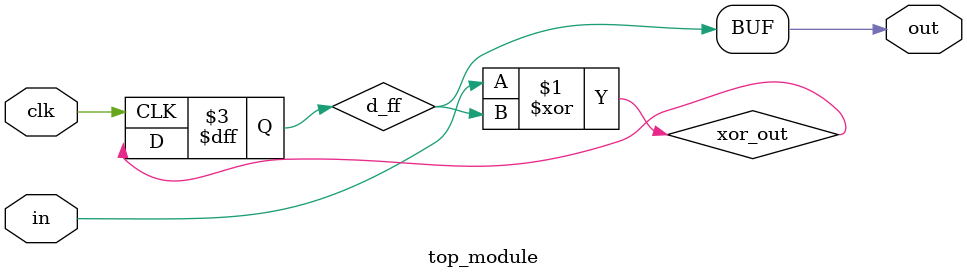
<source format=sv>
module top_module (
	input clk,
	input in,
	output logic out
);

    logic d_ff; // Flip-flop output signal
    logic xor_out; // XOR output signal
    
    // Define XOR gate
    assign xor_out = in ^ out;
    
    // Define positive edge-triggered D flip-flop
    always @(posedge clk) begin
        d_ff <= xor_out;
    end
    
    // Output of the flip-flop
    assign out = d_ff;
    
endmodule

</source>
